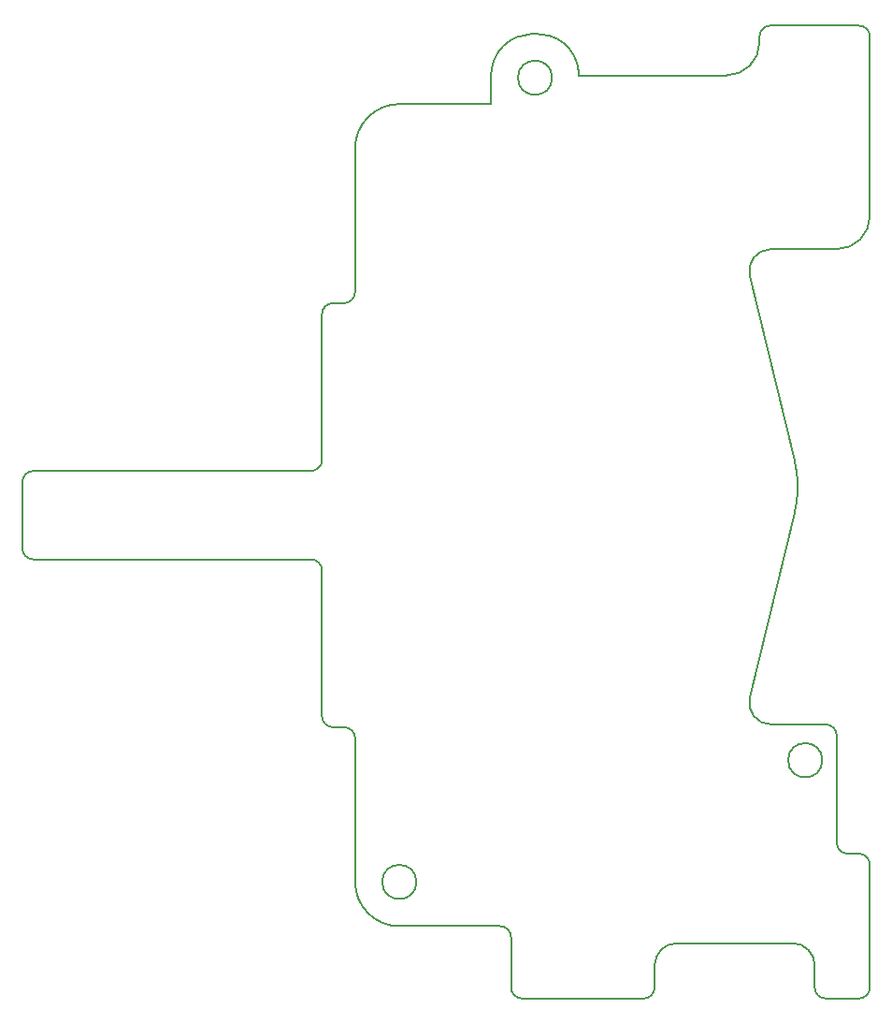
<source format=gm1>
G04 #@! TF.GenerationSoftware,KiCad,Pcbnew,8.0.1*
G04 #@! TF.CreationDate,2024-06-04T09:08:57+02:00*
G04 #@! TF.ProjectId,minisumo_pcb,6d696e69-7375-46d6-9f5f-7063622e6b69,rev?*
G04 #@! TF.SameCoordinates,Original*
G04 #@! TF.FileFunction,Profile,NP*
%FSLAX46Y46*%
G04 Gerber Fmt 4.6, Leading zero omitted, Abs format (unit mm)*
G04 Created by KiCad (PCBNEW 8.0.1) date 2024-06-04 09:08:57*
%MOMM*%
%LPD*%
G01*
G04 APERTURE LIST*
G04 #@! TA.AperFunction,Profile*
%ADD10C,0.200000*%
G04 #@! TD*
G04 APERTURE END LIST*
D10*
X105457747Y-84014388D02*
X105457747Y-97193217D01*
X120750871Y-62679642D02*
X120750871Y-65014384D01*
X148073381Y-140916149D02*
G75*
G02*
X150073428Y-142925741I19J-2000051D01*
G01*
X108457747Y-82014381D02*
G75*
G02*
X107457744Y-83014347I-999947J-19D01*
G01*
X154073381Y-132820639D02*
G75*
G02*
X155073361Y-133820639I-181J-1000161D01*
G01*
X137588572Y-140916149D02*
X148073381Y-140916149D01*
X79325783Y-106193217D02*
X104457747Y-106193217D01*
X120750871Y-65014384D02*
X112457746Y-65014384D01*
X135578957Y-144916150D02*
X135578957Y-142916170D01*
X144183214Y-80602082D02*
G75*
G02*
X146130533Y-78127717I1942786J474482D01*
G01*
X79325783Y-106193217D02*
G75*
G02*
X78325783Y-105193219I17J1000017D01*
G01*
X114007747Y-135372050D02*
G75*
G02*
X110907747Y-135372050I-1550000J0D01*
G01*
X110907747Y-135372050D02*
G75*
G02*
X114007747Y-135372050I1550000J0D01*
G01*
X78325784Y-99193216D02*
G75*
G02*
X79325782Y-98193184I1000016J16D01*
G01*
X104457747Y-106193217D02*
G75*
G02*
X105457783Y-107193215I53J-999983D01*
G01*
X144187734Y-118634769D02*
X148250000Y-102000000D01*
X146130533Y-78127682D02*
X152095200Y-78130399D01*
X154073381Y-57915650D02*
G75*
G02*
X155073429Y-58909170I19J-1000050D01*
G01*
X151073381Y-145916149D02*
G75*
G02*
X150073351Y-144916149I19J1000049D01*
G01*
X146126181Y-121127682D02*
G75*
G02*
X144187663Y-118634751I19J2000182D01*
G01*
X145073359Y-59415650D02*
G75*
G02*
X142073359Y-62415659I-3000059J50D01*
G01*
X104457749Y-98193217D02*
X79325782Y-98193217D01*
X112457747Y-139372050D02*
G75*
G02*
X108457750Y-135372051I53J4000050D01*
G01*
X155073359Y-75127610D02*
X155073359Y-58909170D01*
X121578954Y-139372050D02*
G75*
G02*
X122578950Y-140372053I46J-999950D01*
G01*
X153073481Y-132820639D02*
G75*
G02*
X152073425Y-131809149I19J1000139D01*
G01*
X105457747Y-107193215D02*
X105457747Y-120372047D01*
X148249999Y-97255360D02*
X144183213Y-80602082D01*
X154073381Y-132820639D02*
X153073481Y-132820639D01*
X150764251Y-124362749D02*
G75*
G02*
X147664251Y-124362749I-1550000J0D01*
G01*
X147664251Y-124362749D02*
G75*
G02*
X150764251Y-124362749I1550000J0D01*
G01*
X145073359Y-58915650D02*
G75*
G02*
X146066748Y-57915680I999941J50D01*
G01*
X123578961Y-145916149D02*
X134578957Y-145916149D01*
X107457744Y-83014384D02*
X106457750Y-83014384D01*
X142073359Y-62415650D02*
X128744869Y-62415650D01*
X120750872Y-62679642D02*
G75*
G02*
X128744863Y-62415650I3999668J51062D01*
G01*
X151073381Y-121127682D02*
X146126181Y-121127682D01*
X108457747Y-122372053D02*
X108457747Y-135372051D01*
X78325784Y-99193216D02*
X78325784Y-105193219D01*
X105457747Y-97193217D02*
G75*
G02*
X104457749Y-98193247I-1000047J17D01*
G01*
X105457747Y-84014388D02*
G75*
G02*
X106457750Y-83014347I1000053J-12D01*
G01*
X126300546Y-62628653D02*
G75*
G02*
X123200546Y-62628653I-1550000J0D01*
G01*
X123200546Y-62628653D02*
G75*
G02*
X126300546Y-62628653I1550000J0D01*
G01*
X150073359Y-142925741D02*
X150073359Y-144916149D01*
X151073381Y-145916149D02*
X154073359Y-145916149D01*
X108457747Y-69014384D02*
X108457747Y-82014381D01*
X135578957Y-142916170D02*
G75*
G02*
X137588572Y-140916179I2000143J-130D01*
G01*
X155073359Y-144916150D02*
G75*
G02*
X154073359Y-145916159I-1000059J50D01*
G01*
X155073359Y-144916150D02*
X155073359Y-133820639D01*
X123578961Y-145916149D02*
G75*
G02*
X122578951Y-144916149I39J1000049D01*
G01*
X106457751Y-121372050D02*
X107457744Y-121372050D01*
X122578957Y-140372053D02*
X122578957Y-144916149D01*
X154073381Y-57915650D02*
X146066748Y-57915650D01*
X152073359Y-131809148D02*
X152073359Y-122127682D01*
X155076179Y-75127610D02*
G75*
G02*
X152095200Y-78130399I-3002879J10D01*
G01*
X112457747Y-139372050D02*
X121578954Y-139372050D01*
X106457751Y-121372050D02*
G75*
G02*
X105457750Y-120372047I49J1000050D01*
G01*
X145073359Y-58915650D02*
X145073359Y-59415650D01*
X148249998Y-97255360D02*
G75*
G02*
X148250007Y-102000002I-9714198J-2372340D01*
G01*
X135578957Y-144916150D02*
G75*
G02*
X134578957Y-145916157I-1000057J50D01*
G01*
X107457744Y-121372050D02*
G75*
G02*
X108457750Y-122372053I56J-999950D01*
G01*
X108457747Y-69014384D02*
G75*
G02*
X112457746Y-65014347I4000053J-16D01*
G01*
X151073381Y-121127682D02*
G75*
G02*
X152073318Y-122127682I19J-999918D01*
G01*
M02*

</source>
